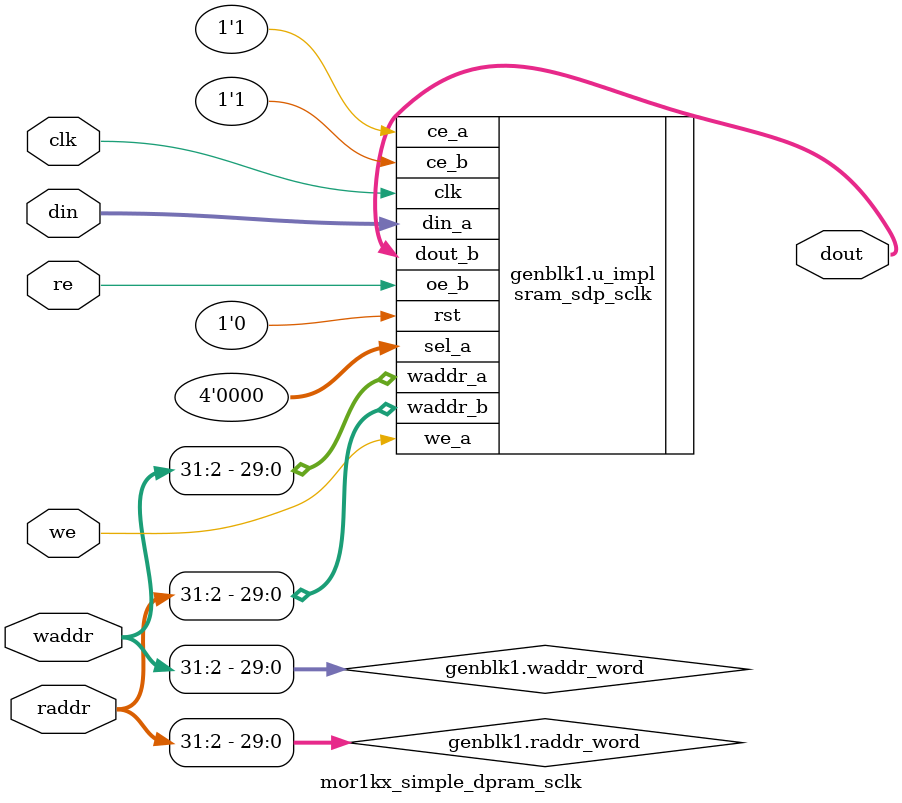
<source format=sv>
module mor1kx_simple_dpram_sclk
#(
   parameter ADDR_WIDTH = 32,
   parameter DATA_WIDTH = 32,
   parameter CLEAR_ON_INIT = 0,
   parameter ENABLE_BYPASS = 1
)
(
   input 		    clk,
   input [ADDR_WIDTH-1:0]  raddr,
   input 		    re,
   input [ADDR_WIDTH-1:0]  waddr,
   input 		    we,
   input [DATA_WIDTH-1:0]  din,
   output [DATA_WIDTH-1:0] dout
 );

   // byte select width
   localparam SW = DATA_WIDTH / 8;

   // Is the data width byte-sized?
   localparam DATA_WIDTH_IS_BYTE = (DATA_WIDTH % 8 == 0);

   // word address width
   localparam WORD_AW = ADDR_WIDTH - (SW >> 1);


   generate
      if (DATA_WIDTH_IS_BYTE) begin
         logic [WORD_AW-1:0] waddr_word;
         logic [WORD_AW-1:0] raddr_word;
         assign waddr_word = waddr[ADDR_WIDTH-1:(ADDR_WIDTH-WORD_AW)];
         assign raddr_word = raddr[ADDR_WIDTH-1:(ADDR_WIDTH-WORD_AW)];

         sram_sdp_sclk
            #(.AW(ADDR_WIDTH), .DW(DATA_WIDTH))
            u_impl(
               .clk(clk),
               .rst(1'b0),
               .ce_a(1'b1),
               .we_a(we),
               .waddr_a(waddr_word),
               .din_a(din),
               .sel_a({SW{1'b0}}),
               .ce_b(1'b1),
               .oe_b(re),
               .waddr_b(raddr_word),
               .dout_b(dout));
      end else begin
         // not supported right now; should forward to original implementation
         // possibly (or one without byte select?)
         initial begin
            $display("Not supported right now.");
            $fatal;
         end
      end
   endgenerate

endmodule

</source>
